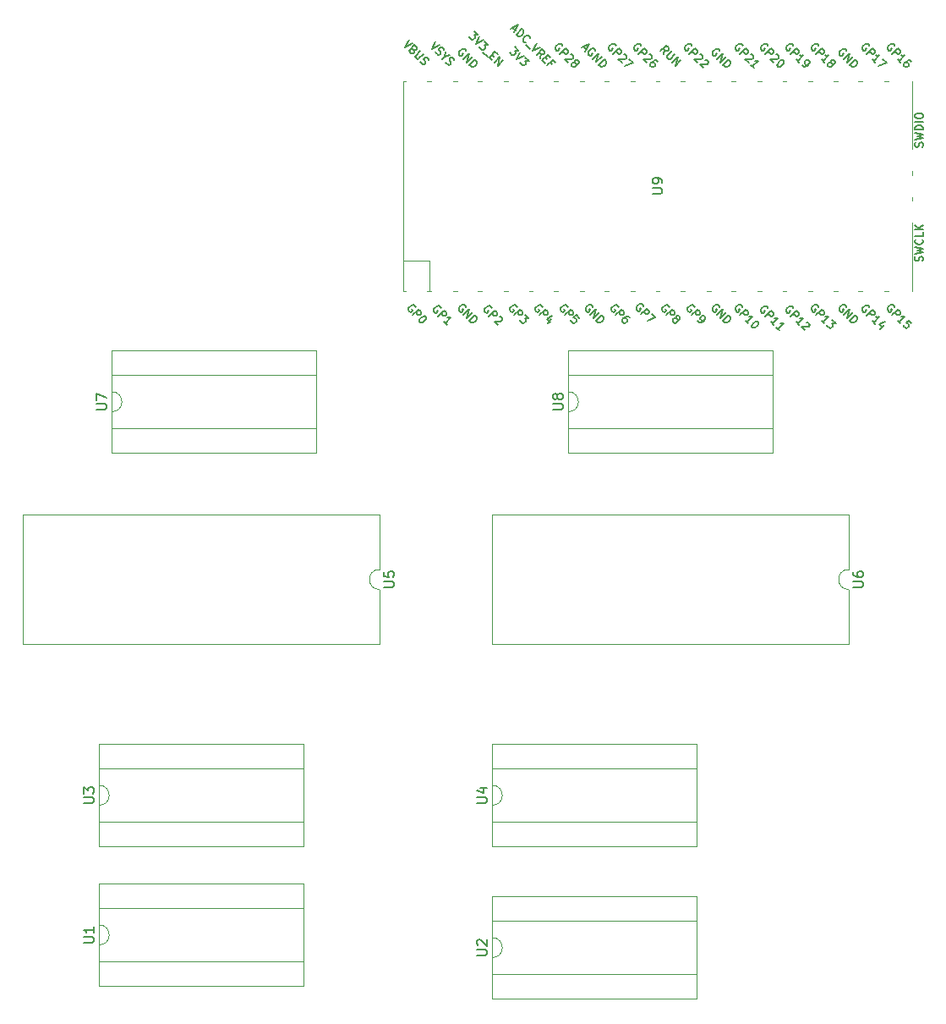
<source format=gbr>
%TF.GenerationSoftware,KiCad,Pcbnew,5.1.10*%
%TF.CreationDate,2021-08-11T14:36:07-04:00*%
%TF.ProjectId,TestSchematic,54657374-5363-4686-956d-617469632e6b,rev?*%
%TF.SameCoordinates,Original*%
%TF.FileFunction,Legend,Top*%
%TF.FilePolarity,Positive*%
%FSLAX46Y46*%
G04 Gerber Fmt 4.6, Leading zero omitted, Abs format (unit mm)*
G04 Created by KiCad (PCBNEW 5.1.10) date 2021-08-11 14:36:07*
%MOMM*%
%LPD*%
G01*
G04 APERTURE LIST*
%ADD10C,0.120000*%
%ADD11C,0.150000*%
G04 APERTURE END LIST*
D10*
%TO.C,U9*%
X93880000Y-89240000D02*
X93880000Y-68240000D01*
X144880000Y-82440000D02*
X144880000Y-89240000D01*
X96547000Y-89240000D02*
X96547000Y-86233000D01*
X96547000Y-86233000D02*
X93880000Y-86233000D01*
X93880000Y-89240000D02*
X94180000Y-89240000D01*
X96280000Y-89240000D02*
X96680000Y-89240000D01*
X98880000Y-89240000D02*
X99280000Y-89240000D01*
X101380000Y-89240000D02*
X101780000Y-89240000D01*
X103980000Y-89240000D02*
X104380000Y-89240000D01*
X106480000Y-89240000D02*
X106880000Y-89240000D01*
X108980000Y-89240000D02*
X109380000Y-89240000D01*
X111580000Y-89240000D02*
X111980000Y-89240000D01*
X114080000Y-89240000D02*
X114480000Y-89240000D01*
X116680000Y-89240000D02*
X117080000Y-89240000D01*
X119180000Y-89240000D02*
X119580000Y-89240000D01*
X121680000Y-89240000D02*
X122080000Y-89240000D01*
X124280000Y-89240000D02*
X124680000Y-89240000D01*
X126780000Y-89240000D02*
X127180000Y-89240000D01*
X129380000Y-89240000D02*
X129780000Y-89240000D01*
X131880000Y-89240000D02*
X132280000Y-89240000D01*
X134480000Y-89240000D02*
X134880000Y-89240000D01*
X136980000Y-89240000D02*
X137380000Y-89240000D01*
X139480000Y-89240000D02*
X139880000Y-89240000D01*
X142080000Y-89240000D02*
X142480000Y-89240000D01*
X108980000Y-68240000D02*
X109380000Y-68240000D01*
X114080000Y-68240000D02*
X114480000Y-68240000D01*
X121680000Y-68240000D02*
X122080000Y-68240000D01*
X129380000Y-68240000D02*
X129780000Y-68240000D01*
X98880000Y-68240000D02*
X99280000Y-68240000D01*
X96280000Y-68240000D02*
X96680000Y-68240000D01*
X103980000Y-68240000D02*
X104380000Y-68240000D01*
X136980000Y-68240000D02*
X137380000Y-68240000D01*
X142080000Y-68240000D02*
X142480000Y-68240000D01*
X139480000Y-68240000D02*
X139880000Y-68240000D01*
X124280000Y-68240000D02*
X124680000Y-68240000D01*
X119180000Y-68240000D02*
X119580000Y-68240000D01*
X106480000Y-68240000D02*
X106880000Y-68240000D01*
X111580000Y-68240000D02*
X111980000Y-68240000D01*
X131880000Y-68240000D02*
X132280000Y-68240000D01*
X116680000Y-68240000D02*
X117080000Y-68240000D01*
X93880000Y-68240000D02*
X94180000Y-68240000D01*
X101380000Y-68240000D02*
X101780000Y-68240000D01*
X126780000Y-68240000D02*
X127180000Y-68240000D01*
X134480000Y-68240000D02*
X134880000Y-68240000D01*
X144880000Y-68240000D02*
X144880000Y-75040000D01*
X144880000Y-80240000D02*
X144880000Y-79840000D01*
X144880000Y-77640000D02*
X144880000Y-77240000D01*
%TO.C,U8*%
X110370000Y-95190000D02*
X110370000Y-105470000D01*
X130930000Y-95190000D02*
X110370000Y-95190000D01*
X130930000Y-105470000D02*
X130930000Y-95190000D01*
X110370000Y-105470000D02*
X130930000Y-105470000D01*
X110430000Y-97680000D02*
X110430000Y-99330000D01*
X130870000Y-97680000D02*
X110430000Y-97680000D01*
X130870000Y-102980000D02*
X130870000Y-97680000D01*
X110430000Y-102980000D02*
X130870000Y-102980000D01*
X110430000Y-101330000D02*
X110430000Y-102980000D01*
X110430000Y-99330000D02*
G75*
G02*
X110430000Y-101330000I0J-1000000D01*
G01*
%TO.C,U7*%
X64650000Y-95190000D02*
X64650000Y-105470000D01*
X85210000Y-95190000D02*
X64650000Y-95190000D01*
X85210000Y-105470000D02*
X85210000Y-95190000D01*
X64650000Y-105470000D02*
X85210000Y-105470000D01*
X64710000Y-97680000D02*
X64710000Y-99330000D01*
X85150000Y-97680000D02*
X64710000Y-97680000D01*
X85150000Y-102980000D02*
X85150000Y-97680000D01*
X64710000Y-102980000D02*
X85150000Y-102980000D01*
X64710000Y-101330000D02*
X64710000Y-102980000D01*
X64710000Y-99330000D02*
G75*
G02*
X64710000Y-101330000I0J-1000000D01*
G01*
%TO.C,U6*%
X138490000Y-119110000D02*
G75*
G02*
X138490000Y-117110000I0J1000000D01*
G01*
X138490000Y-117110000D02*
X138490000Y-111650000D01*
X138490000Y-111650000D02*
X102810000Y-111650000D01*
X102810000Y-111650000D02*
X102810000Y-124570000D01*
X102810000Y-124570000D02*
X138490000Y-124570000D01*
X138490000Y-124570000D02*
X138490000Y-119110000D01*
%TO.C,U5*%
X91500000Y-119110000D02*
G75*
G02*
X91500000Y-117110000I0J1000000D01*
G01*
X91500000Y-117110000D02*
X91500000Y-111650000D01*
X91500000Y-111650000D02*
X55820000Y-111650000D01*
X55820000Y-111650000D02*
X55820000Y-124570000D01*
X55820000Y-124570000D02*
X91500000Y-124570000D01*
X91500000Y-124570000D02*
X91500000Y-119110000D01*
%TO.C,U4*%
X102810000Y-138700000D02*
G75*
G02*
X102810000Y-140700000I0J-1000000D01*
G01*
X102810000Y-140700000D02*
X102810000Y-142350000D01*
X102810000Y-142350000D02*
X123250000Y-142350000D01*
X123250000Y-142350000D02*
X123250000Y-137050000D01*
X123250000Y-137050000D02*
X102810000Y-137050000D01*
X102810000Y-137050000D02*
X102810000Y-138700000D01*
X102750000Y-144840000D02*
X123310000Y-144840000D01*
X123310000Y-144840000D02*
X123310000Y-134560000D01*
X123310000Y-134560000D02*
X102750000Y-134560000D01*
X102750000Y-134560000D02*
X102750000Y-144840000D01*
%TO.C,U3*%
X63440000Y-138700000D02*
G75*
G02*
X63440000Y-140700000I0J-1000000D01*
G01*
X63440000Y-140700000D02*
X63440000Y-142350000D01*
X63440000Y-142350000D02*
X83880000Y-142350000D01*
X83880000Y-142350000D02*
X83880000Y-137050000D01*
X83880000Y-137050000D02*
X63440000Y-137050000D01*
X63440000Y-137050000D02*
X63440000Y-138700000D01*
X63380000Y-144840000D02*
X83940000Y-144840000D01*
X83940000Y-144840000D02*
X83940000Y-134560000D01*
X83940000Y-134560000D02*
X63380000Y-134560000D01*
X63380000Y-134560000D02*
X63380000Y-144840000D01*
%TO.C,U2*%
X102750000Y-149800000D02*
X102750000Y-160080000D01*
X123310000Y-149800000D02*
X102750000Y-149800000D01*
X123310000Y-160080000D02*
X123310000Y-149800000D01*
X102750000Y-160080000D02*
X123310000Y-160080000D01*
X102810000Y-152290000D02*
X102810000Y-153940000D01*
X123250000Y-152290000D02*
X102810000Y-152290000D01*
X123250000Y-157590000D02*
X123250000Y-152290000D01*
X102810000Y-157590000D02*
X123250000Y-157590000D01*
X102810000Y-155940000D02*
X102810000Y-157590000D01*
X102810000Y-153940000D02*
G75*
G02*
X102810000Y-155940000I0J-1000000D01*
G01*
%TO.C,U1*%
X63440000Y-152670000D02*
G75*
G02*
X63440000Y-154670000I0J-1000000D01*
G01*
X63440000Y-154670000D02*
X63440000Y-156320000D01*
X63440000Y-156320000D02*
X83880000Y-156320000D01*
X83880000Y-156320000D02*
X83880000Y-151020000D01*
X83880000Y-151020000D02*
X63440000Y-151020000D01*
X63440000Y-151020000D02*
X63440000Y-152670000D01*
X63380000Y-158810000D02*
X83940000Y-158810000D01*
X83940000Y-158810000D02*
X83940000Y-148530000D01*
X83940000Y-148530000D02*
X63380000Y-148530000D01*
X63380000Y-148530000D02*
X63380000Y-158810000D01*
%TO.C,U9*%
D11*
X118832380Y-79501904D02*
X119641904Y-79501904D01*
X119737142Y-79454285D01*
X119784761Y-79406666D01*
X119832380Y-79311428D01*
X119832380Y-79120952D01*
X119784761Y-79025714D01*
X119737142Y-78978095D01*
X119641904Y-78930476D01*
X118832380Y-78930476D01*
X119832380Y-78406666D02*
X119832380Y-78216190D01*
X119784761Y-78120952D01*
X119737142Y-78073333D01*
X119594285Y-77978095D01*
X119403809Y-77930476D01*
X119022857Y-77930476D01*
X118927619Y-77978095D01*
X118880000Y-78025714D01*
X118832380Y-78120952D01*
X118832380Y-78311428D01*
X118880000Y-78406666D01*
X118927619Y-78454285D01*
X119022857Y-78501904D01*
X119260952Y-78501904D01*
X119356190Y-78454285D01*
X119403809Y-78406666D01*
X119451428Y-78311428D01*
X119451428Y-78120952D01*
X119403809Y-78025714D01*
X119356190Y-77978095D01*
X119260952Y-77930476D01*
X97658781Y-90953096D02*
X97631844Y-90872284D01*
X97551032Y-90791471D01*
X97443282Y-90737597D01*
X97335532Y-90737597D01*
X97254720Y-90764534D01*
X97120033Y-90845346D01*
X97039221Y-90926158D01*
X96958409Y-91060845D01*
X96931471Y-91141658D01*
X96931471Y-91249407D01*
X96985346Y-91357157D01*
X97039221Y-91411032D01*
X97146971Y-91464906D01*
X97200845Y-91464906D01*
X97389407Y-91276345D01*
X97281658Y-91168595D01*
X97389407Y-91761218D02*
X97955093Y-91195532D01*
X98170592Y-91411032D01*
X98197529Y-91491844D01*
X98197529Y-91545719D01*
X98170592Y-91626531D01*
X98089780Y-91707343D01*
X98008967Y-91734280D01*
X97955093Y-91734280D01*
X97874280Y-91707343D01*
X97658781Y-91491844D01*
X98251404Y-92623215D02*
X97928155Y-92299966D01*
X98089780Y-92461590D02*
X98655465Y-91895905D01*
X98520778Y-91922842D01*
X98413028Y-91922842D01*
X98332216Y-91895905D01*
X102748781Y-90953096D02*
X102721844Y-90872284D01*
X102641032Y-90791471D01*
X102533282Y-90737597D01*
X102425532Y-90737597D01*
X102344720Y-90764534D01*
X102210033Y-90845346D01*
X102129221Y-90926158D01*
X102048409Y-91060845D01*
X102021471Y-91141658D01*
X102021471Y-91249407D01*
X102075346Y-91357157D01*
X102129221Y-91411032D01*
X102236971Y-91464906D01*
X102290845Y-91464906D01*
X102479407Y-91276345D01*
X102371658Y-91168595D01*
X102479407Y-91761218D02*
X103045093Y-91195532D01*
X103260592Y-91411032D01*
X103287529Y-91491844D01*
X103287529Y-91545719D01*
X103260592Y-91626531D01*
X103179780Y-91707343D01*
X103098967Y-91734280D01*
X103045093Y-91734280D01*
X102964280Y-91707343D01*
X102748781Y-91491844D01*
X103529966Y-91788155D02*
X103583841Y-91788155D01*
X103664653Y-91815093D01*
X103799340Y-91949780D01*
X103826277Y-92030592D01*
X103826277Y-92084467D01*
X103799340Y-92165279D01*
X103745465Y-92219154D01*
X103637715Y-92273028D01*
X102991218Y-92273028D01*
X103341404Y-92623215D01*
X95128781Y-90853096D02*
X95101844Y-90772284D01*
X95021032Y-90691471D01*
X94913282Y-90637597D01*
X94805532Y-90637597D01*
X94724720Y-90664534D01*
X94590033Y-90745346D01*
X94509221Y-90826158D01*
X94428409Y-90960845D01*
X94401471Y-91041658D01*
X94401471Y-91149407D01*
X94455346Y-91257157D01*
X94509221Y-91311032D01*
X94616971Y-91364906D01*
X94670845Y-91364906D01*
X94859407Y-91176345D01*
X94751658Y-91068595D01*
X94859407Y-91661218D02*
X95425093Y-91095532D01*
X95640592Y-91311032D01*
X95667529Y-91391844D01*
X95667529Y-91445719D01*
X95640592Y-91526531D01*
X95559780Y-91607343D01*
X95478967Y-91634280D01*
X95425093Y-91634280D01*
X95344280Y-91607343D01*
X95128781Y-91391844D01*
X96098528Y-91768967D02*
X96152402Y-91822842D01*
X96179340Y-91903654D01*
X96179340Y-91957529D01*
X96152402Y-92038341D01*
X96071590Y-92173028D01*
X95936903Y-92307715D01*
X95802216Y-92388528D01*
X95721404Y-92415465D01*
X95667529Y-92415465D01*
X95586717Y-92388528D01*
X95532842Y-92334653D01*
X95505905Y-92253841D01*
X95505905Y-92199966D01*
X95532842Y-92119154D01*
X95613654Y-91984467D01*
X95748341Y-91849780D01*
X95883028Y-91768967D01*
X95963841Y-91742030D01*
X96017715Y-91742030D01*
X96098528Y-91768967D01*
X105288781Y-90853096D02*
X105261844Y-90772284D01*
X105181032Y-90691471D01*
X105073282Y-90637597D01*
X104965532Y-90637597D01*
X104884720Y-90664534D01*
X104750033Y-90745346D01*
X104669221Y-90826158D01*
X104588409Y-90960845D01*
X104561471Y-91041658D01*
X104561471Y-91149407D01*
X104615346Y-91257157D01*
X104669221Y-91311032D01*
X104776971Y-91364906D01*
X104830845Y-91364906D01*
X105019407Y-91176345D01*
X104911658Y-91068595D01*
X105019407Y-91661218D02*
X105585093Y-91095532D01*
X105800592Y-91311032D01*
X105827529Y-91391844D01*
X105827529Y-91445719D01*
X105800592Y-91526531D01*
X105719780Y-91607343D01*
X105638967Y-91634280D01*
X105585093Y-91634280D01*
X105504280Y-91607343D01*
X105288781Y-91391844D01*
X106096903Y-91607343D02*
X106447089Y-91957529D01*
X106043028Y-91984467D01*
X106123841Y-92065279D01*
X106150778Y-92146091D01*
X106150778Y-92199966D01*
X106123841Y-92280778D01*
X105989154Y-92415465D01*
X105908341Y-92442402D01*
X105854467Y-92442402D01*
X105773654Y-92415465D01*
X105612030Y-92253841D01*
X105585093Y-92173028D01*
X105585093Y-92119154D01*
X107828781Y-90853096D02*
X107801844Y-90772284D01*
X107721032Y-90691471D01*
X107613282Y-90637597D01*
X107505532Y-90637597D01*
X107424720Y-90664534D01*
X107290033Y-90745346D01*
X107209221Y-90826158D01*
X107128409Y-90960845D01*
X107101471Y-91041658D01*
X107101471Y-91149407D01*
X107155346Y-91257157D01*
X107209221Y-91311032D01*
X107316971Y-91364906D01*
X107370845Y-91364906D01*
X107559407Y-91176345D01*
X107451658Y-91068595D01*
X107559407Y-91661218D02*
X108125093Y-91095532D01*
X108340592Y-91311032D01*
X108367529Y-91391844D01*
X108367529Y-91445719D01*
X108340592Y-91526531D01*
X108259780Y-91607343D01*
X108178967Y-91634280D01*
X108125093Y-91634280D01*
X108044280Y-91607343D01*
X107828781Y-91391844D01*
X108744653Y-92092216D02*
X108367529Y-92469340D01*
X108825465Y-91742030D02*
X108286717Y-92011404D01*
X108636903Y-92361590D01*
X110368781Y-90853096D02*
X110341844Y-90772284D01*
X110261032Y-90691471D01*
X110153282Y-90637597D01*
X110045532Y-90637597D01*
X109964720Y-90664534D01*
X109830033Y-90745346D01*
X109749221Y-90826158D01*
X109668409Y-90960845D01*
X109641471Y-91041658D01*
X109641471Y-91149407D01*
X109695346Y-91257157D01*
X109749221Y-91311032D01*
X109856971Y-91364906D01*
X109910845Y-91364906D01*
X110099407Y-91176345D01*
X109991658Y-91068595D01*
X110099407Y-91661218D02*
X110665093Y-91095532D01*
X110880592Y-91311032D01*
X110907529Y-91391844D01*
X110907529Y-91445719D01*
X110880592Y-91526531D01*
X110799780Y-91607343D01*
X110718967Y-91634280D01*
X110665093Y-91634280D01*
X110584280Y-91607343D01*
X110368781Y-91391844D01*
X111500152Y-91930592D02*
X111230778Y-91661218D01*
X110934467Y-91903654D01*
X110988341Y-91903654D01*
X111069154Y-91930592D01*
X111203841Y-92065279D01*
X111230778Y-92146091D01*
X111230778Y-92199966D01*
X111203841Y-92280778D01*
X111069154Y-92415465D01*
X110988341Y-92442402D01*
X110934467Y-92442402D01*
X110853654Y-92415465D01*
X110718967Y-92280778D01*
X110692030Y-92199966D01*
X110692030Y-92146091D01*
X115448781Y-90853096D02*
X115421844Y-90772284D01*
X115341032Y-90691471D01*
X115233282Y-90637597D01*
X115125532Y-90637597D01*
X115044720Y-90664534D01*
X114910033Y-90745346D01*
X114829221Y-90826158D01*
X114748409Y-90960845D01*
X114721471Y-91041658D01*
X114721471Y-91149407D01*
X114775346Y-91257157D01*
X114829221Y-91311032D01*
X114936971Y-91364906D01*
X114990845Y-91364906D01*
X115179407Y-91176345D01*
X115071658Y-91068595D01*
X115179407Y-91661218D02*
X115745093Y-91095532D01*
X115960592Y-91311032D01*
X115987529Y-91391844D01*
X115987529Y-91445719D01*
X115960592Y-91526531D01*
X115879780Y-91607343D01*
X115798967Y-91634280D01*
X115745093Y-91634280D01*
X115664280Y-91607343D01*
X115448781Y-91391844D01*
X116553215Y-91903654D02*
X116445465Y-91795905D01*
X116364653Y-91768967D01*
X116310778Y-91768967D01*
X116176091Y-91795905D01*
X116041404Y-91876717D01*
X115825905Y-92092216D01*
X115798967Y-92173028D01*
X115798967Y-92226903D01*
X115825905Y-92307715D01*
X115933654Y-92415465D01*
X116014467Y-92442402D01*
X116068341Y-92442402D01*
X116149154Y-92415465D01*
X116283841Y-92280778D01*
X116310778Y-92199966D01*
X116310778Y-92146091D01*
X116283841Y-92065279D01*
X116176091Y-91957529D01*
X116095279Y-91930592D01*
X116041404Y-91930592D01*
X115960592Y-91957529D01*
X117958781Y-90753096D02*
X117931844Y-90672284D01*
X117851032Y-90591471D01*
X117743282Y-90537597D01*
X117635532Y-90537597D01*
X117554720Y-90564534D01*
X117420033Y-90645346D01*
X117339221Y-90726158D01*
X117258409Y-90860845D01*
X117231471Y-90941658D01*
X117231471Y-91049407D01*
X117285346Y-91157157D01*
X117339221Y-91211032D01*
X117446971Y-91264906D01*
X117500845Y-91264906D01*
X117689407Y-91076345D01*
X117581658Y-90968595D01*
X117689407Y-91561218D02*
X118255093Y-90995532D01*
X118470592Y-91211032D01*
X118497529Y-91291844D01*
X118497529Y-91345719D01*
X118470592Y-91426531D01*
X118389780Y-91507343D01*
X118308967Y-91534280D01*
X118255093Y-91534280D01*
X118174280Y-91507343D01*
X117958781Y-91291844D01*
X118766903Y-91507343D02*
X119144027Y-91884467D01*
X118335905Y-92207715D01*
X120528781Y-90853096D02*
X120501844Y-90772284D01*
X120421032Y-90691471D01*
X120313282Y-90637597D01*
X120205532Y-90637597D01*
X120124720Y-90664534D01*
X119990033Y-90745346D01*
X119909221Y-90826158D01*
X119828409Y-90960845D01*
X119801471Y-91041658D01*
X119801471Y-91149407D01*
X119855346Y-91257157D01*
X119909221Y-91311032D01*
X120016971Y-91364906D01*
X120070845Y-91364906D01*
X120259407Y-91176345D01*
X120151658Y-91068595D01*
X120259407Y-91661218D02*
X120825093Y-91095532D01*
X121040592Y-91311032D01*
X121067529Y-91391844D01*
X121067529Y-91445719D01*
X121040592Y-91526531D01*
X120959780Y-91607343D01*
X120878967Y-91634280D01*
X120825093Y-91634280D01*
X120744280Y-91607343D01*
X120528781Y-91391844D01*
X121229154Y-91984467D02*
X121202216Y-91903654D01*
X121202216Y-91849780D01*
X121229154Y-91768967D01*
X121256091Y-91742030D01*
X121336903Y-91715093D01*
X121390778Y-91715093D01*
X121471590Y-91742030D01*
X121579340Y-91849780D01*
X121606277Y-91930592D01*
X121606277Y-91984467D01*
X121579340Y-92065279D01*
X121552402Y-92092216D01*
X121471590Y-92119154D01*
X121417715Y-92119154D01*
X121336903Y-92092216D01*
X121229154Y-91984467D01*
X121148341Y-91957529D01*
X121094467Y-91957529D01*
X121013654Y-91984467D01*
X120905905Y-92092216D01*
X120878967Y-92173028D01*
X120878967Y-92226903D01*
X120905905Y-92307715D01*
X121013654Y-92415465D01*
X121094467Y-92442402D01*
X121148341Y-92442402D01*
X121229154Y-92415465D01*
X121336903Y-92307715D01*
X121363841Y-92226903D01*
X121363841Y-92173028D01*
X121336903Y-92092216D01*
X123068781Y-90853096D02*
X123041844Y-90772284D01*
X122961032Y-90691471D01*
X122853282Y-90637597D01*
X122745532Y-90637597D01*
X122664720Y-90664534D01*
X122530033Y-90745346D01*
X122449221Y-90826158D01*
X122368409Y-90960845D01*
X122341471Y-91041658D01*
X122341471Y-91149407D01*
X122395346Y-91257157D01*
X122449221Y-91311032D01*
X122556971Y-91364906D01*
X122610845Y-91364906D01*
X122799407Y-91176345D01*
X122691658Y-91068595D01*
X122799407Y-91661218D02*
X123365093Y-91095532D01*
X123580592Y-91311032D01*
X123607529Y-91391844D01*
X123607529Y-91445719D01*
X123580592Y-91526531D01*
X123499780Y-91607343D01*
X123418967Y-91634280D01*
X123365093Y-91634280D01*
X123284280Y-91607343D01*
X123068781Y-91391844D01*
X123392030Y-92253841D02*
X123499780Y-92361590D01*
X123580592Y-92388528D01*
X123634467Y-92388528D01*
X123769154Y-92361590D01*
X123903841Y-92280778D01*
X124119340Y-92065279D01*
X124146277Y-91984467D01*
X124146277Y-91930592D01*
X124119340Y-91849780D01*
X124011590Y-91742030D01*
X123930778Y-91715093D01*
X123876903Y-91715093D01*
X123796091Y-91742030D01*
X123661404Y-91876717D01*
X123634467Y-91957529D01*
X123634467Y-92011404D01*
X123661404Y-92092216D01*
X123769154Y-92199966D01*
X123849966Y-92226903D01*
X123903841Y-92226903D01*
X123984653Y-92199966D01*
X127879407Y-90837722D02*
X127852470Y-90756910D01*
X127771658Y-90676097D01*
X127663908Y-90622223D01*
X127556158Y-90622223D01*
X127475346Y-90649160D01*
X127340659Y-90729972D01*
X127259847Y-90810784D01*
X127179035Y-90945471D01*
X127152097Y-91026284D01*
X127152097Y-91134033D01*
X127205972Y-91241783D01*
X127259847Y-91295658D01*
X127367597Y-91349532D01*
X127421471Y-91349532D01*
X127610033Y-91160971D01*
X127502284Y-91053221D01*
X127610033Y-91645844D02*
X128175719Y-91080158D01*
X128391218Y-91295658D01*
X128418155Y-91376470D01*
X128418155Y-91430345D01*
X128391218Y-91511157D01*
X128310406Y-91591969D01*
X128229593Y-91618906D01*
X128175719Y-91618906D01*
X128094906Y-91591969D01*
X127879407Y-91376470D01*
X128472030Y-92507841D02*
X128148781Y-92184592D01*
X128310406Y-92346216D02*
X128876091Y-91780531D01*
X128741404Y-91807468D01*
X128633654Y-91807468D01*
X128552842Y-91780531D01*
X129387902Y-92292341D02*
X129441776Y-92346216D01*
X129468714Y-92427028D01*
X129468714Y-92480903D01*
X129441776Y-92561715D01*
X129360964Y-92696402D01*
X129226277Y-92831089D01*
X129091590Y-92911902D01*
X129010778Y-92938839D01*
X128956903Y-92938839D01*
X128876091Y-92911902D01*
X128822216Y-92858027D01*
X128795279Y-92777215D01*
X128795279Y-92723340D01*
X128822216Y-92642528D01*
X128903028Y-92507841D01*
X129037715Y-92373154D01*
X129172402Y-92292341D01*
X129253215Y-92265404D01*
X129307089Y-92265404D01*
X129387902Y-92292341D01*
X130419407Y-90983722D02*
X130392470Y-90902910D01*
X130311658Y-90822097D01*
X130203908Y-90768223D01*
X130096158Y-90768223D01*
X130015346Y-90795160D01*
X129880659Y-90875972D01*
X129799847Y-90956784D01*
X129719035Y-91091471D01*
X129692097Y-91172284D01*
X129692097Y-91280033D01*
X129745972Y-91387783D01*
X129799847Y-91441658D01*
X129907597Y-91495532D01*
X129961471Y-91495532D01*
X130150033Y-91306971D01*
X130042284Y-91199221D01*
X130150033Y-91791844D02*
X130715719Y-91226158D01*
X130931218Y-91441658D01*
X130958155Y-91522470D01*
X130958155Y-91576345D01*
X130931218Y-91657157D01*
X130850406Y-91737969D01*
X130769593Y-91764906D01*
X130715719Y-91764906D01*
X130634906Y-91737969D01*
X130419407Y-91522470D01*
X131012030Y-92653841D02*
X130688781Y-92330592D01*
X130850406Y-92492216D02*
X131416091Y-91926531D01*
X131281404Y-91953468D01*
X131173654Y-91953468D01*
X131092842Y-91926531D01*
X131550778Y-93192589D02*
X131227529Y-92869340D01*
X131389154Y-93030964D02*
X131954839Y-92465279D01*
X131820152Y-92492216D01*
X131712402Y-92492216D01*
X131631590Y-92465279D01*
X132959407Y-90983722D02*
X132932470Y-90902910D01*
X132851658Y-90822097D01*
X132743908Y-90768223D01*
X132636158Y-90768223D01*
X132555346Y-90795160D01*
X132420659Y-90875972D01*
X132339847Y-90956784D01*
X132259035Y-91091471D01*
X132232097Y-91172284D01*
X132232097Y-91280033D01*
X132285972Y-91387783D01*
X132339847Y-91441658D01*
X132447597Y-91495532D01*
X132501471Y-91495532D01*
X132690033Y-91306971D01*
X132582284Y-91199221D01*
X132690033Y-91791844D02*
X133255719Y-91226158D01*
X133471218Y-91441658D01*
X133498155Y-91522470D01*
X133498155Y-91576345D01*
X133471218Y-91657157D01*
X133390406Y-91737969D01*
X133309593Y-91764906D01*
X133255719Y-91764906D01*
X133174906Y-91737969D01*
X132959407Y-91522470D01*
X133552030Y-92653841D02*
X133228781Y-92330592D01*
X133390406Y-92492216D02*
X133956091Y-91926531D01*
X133821404Y-91953468D01*
X133713654Y-91953468D01*
X133632842Y-91926531D01*
X134279340Y-92357529D02*
X134333215Y-92357529D01*
X134414027Y-92384467D01*
X134548714Y-92519154D01*
X134575651Y-92599966D01*
X134575651Y-92653841D01*
X134548714Y-92734653D01*
X134494839Y-92788528D01*
X134387089Y-92842402D01*
X133740592Y-92842402D01*
X134090778Y-93192589D01*
X135499407Y-90837722D02*
X135472470Y-90756910D01*
X135391658Y-90676097D01*
X135283908Y-90622223D01*
X135176158Y-90622223D01*
X135095346Y-90649160D01*
X134960659Y-90729972D01*
X134879847Y-90810784D01*
X134799035Y-90945471D01*
X134772097Y-91026284D01*
X134772097Y-91134033D01*
X134825972Y-91241783D01*
X134879847Y-91295658D01*
X134987597Y-91349532D01*
X135041471Y-91349532D01*
X135230033Y-91160971D01*
X135122284Y-91053221D01*
X135230033Y-91645844D02*
X135795719Y-91080158D01*
X136011218Y-91295658D01*
X136038155Y-91376470D01*
X136038155Y-91430345D01*
X136011218Y-91511157D01*
X135930406Y-91591969D01*
X135849593Y-91618906D01*
X135795719Y-91618906D01*
X135714906Y-91591969D01*
X135499407Y-91376470D01*
X136092030Y-92507841D02*
X135768781Y-92184592D01*
X135930406Y-92346216D02*
X136496091Y-91780531D01*
X136361404Y-91807468D01*
X136253654Y-91807468D01*
X136172842Y-91780531D01*
X136846277Y-92130717D02*
X137196463Y-92480903D01*
X136792402Y-92507841D01*
X136873215Y-92588653D01*
X136900152Y-92669465D01*
X136900152Y-92723340D01*
X136873215Y-92804152D01*
X136738528Y-92938839D01*
X136657715Y-92965776D01*
X136603841Y-92965776D01*
X136523028Y-92938839D01*
X136361404Y-92777215D01*
X136334467Y-92696402D01*
X136334467Y-92642528D01*
X140579407Y-90883722D02*
X140552470Y-90802910D01*
X140471658Y-90722097D01*
X140363908Y-90668223D01*
X140256158Y-90668223D01*
X140175346Y-90695160D01*
X140040659Y-90775972D01*
X139959847Y-90856784D01*
X139879035Y-90991471D01*
X139852097Y-91072284D01*
X139852097Y-91180033D01*
X139905972Y-91287783D01*
X139959847Y-91341658D01*
X140067597Y-91395532D01*
X140121471Y-91395532D01*
X140310033Y-91206971D01*
X140202284Y-91099221D01*
X140310033Y-91691844D02*
X140875719Y-91126158D01*
X141091218Y-91341658D01*
X141118155Y-91422470D01*
X141118155Y-91476345D01*
X141091218Y-91557157D01*
X141010406Y-91637969D01*
X140929593Y-91664906D01*
X140875719Y-91664906D01*
X140794906Y-91637969D01*
X140579407Y-91422470D01*
X141172030Y-92553841D02*
X140848781Y-92230592D01*
X141010406Y-92392216D02*
X141576091Y-91826531D01*
X141441404Y-91853468D01*
X141333654Y-91853468D01*
X141252842Y-91826531D01*
X142034027Y-92661590D02*
X141656903Y-93038714D01*
X142114839Y-92311404D02*
X141576091Y-92580778D01*
X141926277Y-92930964D01*
X143119407Y-90837722D02*
X143092470Y-90756910D01*
X143011658Y-90676097D01*
X142903908Y-90622223D01*
X142796158Y-90622223D01*
X142715346Y-90649160D01*
X142580659Y-90729972D01*
X142499847Y-90810784D01*
X142419035Y-90945471D01*
X142392097Y-91026284D01*
X142392097Y-91134033D01*
X142445972Y-91241783D01*
X142499847Y-91295658D01*
X142607597Y-91349532D01*
X142661471Y-91349532D01*
X142850033Y-91160971D01*
X142742284Y-91053221D01*
X142850033Y-91645844D02*
X143415719Y-91080158D01*
X143631218Y-91295658D01*
X143658155Y-91376470D01*
X143658155Y-91430345D01*
X143631218Y-91511157D01*
X143550406Y-91591969D01*
X143469593Y-91618906D01*
X143415719Y-91618906D01*
X143334906Y-91591969D01*
X143119407Y-91376470D01*
X143712030Y-92507841D02*
X143388781Y-92184592D01*
X143550406Y-92346216D02*
X144116091Y-91780531D01*
X143981404Y-91807468D01*
X143873654Y-91807468D01*
X143792842Y-91780531D01*
X144789526Y-92453966D02*
X144520152Y-92184592D01*
X144223841Y-92427028D01*
X144277715Y-92427028D01*
X144358528Y-92453966D01*
X144493215Y-92588653D01*
X144520152Y-92669465D01*
X144520152Y-92723340D01*
X144493215Y-92804152D01*
X144358528Y-92938839D01*
X144277715Y-92965776D01*
X144223841Y-92965776D01*
X144143028Y-92938839D01*
X144008341Y-92804152D01*
X143981404Y-92723340D01*
X143981404Y-92669465D01*
X143119407Y-64729722D02*
X143092470Y-64648910D01*
X143011658Y-64568097D01*
X142903908Y-64514223D01*
X142796158Y-64514223D01*
X142715346Y-64541160D01*
X142580659Y-64621972D01*
X142499847Y-64702784D01*
X142419035Y-64837471D01*
X142392097Y-64918284D01*
X142392097Y-65026033D01*
X142445972Y-65133783D01*
X142499847Y-65187658D01*
X142607597Y-65241532D01*
X142661471Y-65241532D01*
X142850033Y-65052971D01*
X142742284Y-64945221D01*
X142850033Y-65537844D02*
X143415719Y-64972158D01*
X143631218Y-65187658D01*
X143658155Y-65268470D01*
X143658155Y-65322345D01*
X143631218Y-65403157D01*
X143550406Y-65483969D01*
X143469593Y-65510906D01*
X143415719Y-65510906D01*
X143334906Y-65483969D01*
X143119407Y-65268470D01*
X143712030Y-66399841D02*
X143388781Y-66076592D01*
X143550406Y-66238216D02*
X144116091Y-65672531D01*
X143981404Y-65699468D01*
X143873654Y-65699468D01*
X143792842Y-65672531D01*
X144762589Y-66319028D02*
X144654839Y-66211279D01*
X144574027Y-66184341D01*
X144520152Y-66184341D01*
X144385465Y-66211279D01*
X144250778Y-66292091D01*
X144035279Y-66507590D01*
X144008341Y-66588402D01*
X144008341Y-66642277D01*
X144035279Y-66723089D01*
X144143028Y-66830839D01*
X144223841Y-66857776D01*
X144277715Y-66857776D01*
X144358528Y-66830839D01*
X144493215Y-66696152D01*
X144520152Y-66615340D01*
X144520152Y-66561465D01*
X144493215Y-66480653D01*
X144385465Y-66372903D01*
X144304653Y-66345966D01*
X144250778Y-66345966D01*
X144169966Y-66372903D01*
X140579407Y-64729722D02*
X140552470Y-64648910D01*
X140471658Y-64568097D01*
X140363908Y-64514223D01*
X140256158Y-64514223D01*
X140175346Y-64541160D01*
X140040659Y-64621972D01*
X139959847Y-64702784D01*
X139879035Y-64837471D01*
X139852097Y-64918284D01*
X139852097Y-65026033D01*
X139905972Y-65133783D01*
X139959847Y-65187658D01*
X140067597Y-65241532D01*
X140121471Y-65241532D01*
X140310033Y-65052971D01*
X140202284Y-64945221D01*
X140310033Y-65537844D02*
X140875719Y-64972158D01*
X141091218Y-65187658D01*
X141118155Y-65268470D01*
X141118155Y-65322345D01*
X141091218Y-65403157D01*
X141010406Y-65483969D01*
X140929593Y-65510906D01*
X140875719Y-65510906D01*
X140794906Y-65483969D01*
X140579407Y-65268470D01*
X141172030Y-66399841D02*
X140848781Y-66076592D01*
X141010406Y-66238216D02*
X141576091Y-65672531D01*
X141441404Y-65699468D01*
X141333654Y-65699468D01*
X141252842Y-65672531D01*
X141926277Y-66022717D02*
X142303401Y-66399841D01*
X141495279Y-66723089D01*
X135499407Y-64729722D02*
X135472470Y-64648910D01*
X135391658Y-64568097D01*
X135283908Y-64514223D01*
X135176158Y-64514223D01*
X135095346Y-64541160D01*
X134960659Y-64621972D01*
X134879847Y-64702784D01*
X134799035Y-64837471D01*
X134772097Y-64918284D01*
X134772097Y-65026033D01*
X134825972Y-65133783D01*
X134879847Y-65187658D01*
X134987597Y-65241532D01*
X135041471Y-65241532D01*
X135230033Y-65052971D01*
X135122284Y-64945221D01*
X135230033Y-65537844D02*
X135795719Y-64972158D01*
X136011218Y-65187658D01*
X136038155Y-65268470D01*
X136038155Y-65322345D01*
X136011218Y-65403157D01*
X135930406Y-65483969D01*
X135849593Y-65510906D01*
X135795719Y-65510906D01*
X135714906Y-65483969D01*
X135499407Y-65268470D01*
X136092030Y-66399841D02*
X135768781Y-66076592D01*
X135930406Y-66238216D02*
X136496091Y-65672531D01*
X136361404Y-65699468D01*
X136253654Y-65699468D01*
X136172842Y-65672531D01*
X136738528Y-66399841D02*
X136711590Y-66319028D01*
X136711590Y-66265154D01*
X136738528Y-66184341D01*
X136765465Y-66157404D01*
X136846277Y-66130467D01*
X136900152Y-66130467D01*
X136980964Y-66157404D01*
X137088714Y-66265154D01*
X137115651Y-66345966D01*
X137115651Y-66399841D01*
X137088714Y-66480653D01*
X137061776Y-66507590D01*
X136980964Y-66534528D01*
X136927089Y-66534528D01*
X136846277Y-66507590D01*
X136738528Y-66399841D01*
X136657715Y-66372903D01*
X136603841Y-66372903D01*
X136523028Y-66399841D01*
X136415279Y-66507590D01*
X136388341Y-66588402D01*
X136388341Y-66642277D01*
X136415279Y-66723089D01*
X136523028Y-66830839D01*
X136603841Y-66857776D01*
X136657715Y-66857776D01*
X136738528Y-66830839D01*
X136846277Y-66723089D01*
X136873215Y-66642277D01*
X136873215Y-66588402D01*
X136846277Y-66507590D01*
X132959407Y-64729722D02*
X132932470Y-64648910D01*
X132851658Y-64568097D01*
X132743908Y-64514223D01*
X132636158Y-64514223D01*
X132555346Y-64541160D01*
X132420659Y-64621972D01*
X132339847Y-64702784D01*
X132259035Y-64837471D01*
X132232097Y-64918284D01*
X132232097Y-65026033D01*
X132285972Y-65133783D01*
X132339847Y-65187658D01*
X132447597Y-65241532D01*
X132501471Y-65241532D01*
X132690033Y-65052971D01*
X132582284Y-64945221D01*
X132690033Y-65537844D02*
X133255719Y-64972158D01*
X133471218Y-65187658D01*
X133498155Y-65268470D01*
X133498155Y-65322345D01*
X133471218Y-65403157D01*
X133390406Y-65483969D01*
X133309593Y-65510906D01*
X133255719Y-65510906D01*
X133174906Y-65483969D01*
X132959407Y-65268470D01*
X133552030Y-66399841D02*
X133228781Y-66076592D01*
X133390406Y-66238216D02*
X133956091Y-65672531D01*
X133821404Y-65699468D01*
X133713654Y-65699468D01*
X133632842Y-65672531D01*
X133821404Y-66669215D02*
X133929154Y-66776964D01*
X134009966Y-66803902D01*
X134063841Y-66803902D01*
X134198528Y-66776964D01*
X134333215Y-66696152D01*
X134548714Y-66480653D01*
X134575651Y-66399841D01*
X134575651Y-66345966D01*
X134548714Y-66265154D01*
X134440964Y-66157404D01*
X134360152Y-66130467D01*
X134306277Y-66130467D01*
X134225465Y-66157404D01*
X134090778Y-66292091D01*
X134063841Y-66372903D01*
X134063841Y-66426778D01*
X134090778Y-66507590D01*
X134198528Y-66615340D01*
X134279340Y-66642277D01*
X134333215Y-66642277D01*
X134414027Y-66615340D01*
X130419407Y-64729722D02*
X130392470Y-64648910D01*
X130311658Y-64568097D01*
X130203908Y-64514223D01*
X130096158Y-64514223D01*
X130015346Y-64541160D01*
X129880659Y-64621972D01*
X129799847Y-64702784D01*
X129719035Y-64837471D01*
X129692097Y-64918284D01*
X129692097Y-65026033D01*
X129745972Y-65133783D01*
X129799847Y-65187658D01*
X129907597Y-65241532D01*
X129961471Y-65241532D01*
X130150033Y-65052971D01*
X130042284Y-64945221D01*
X130150033Y-65537844D02*
X130715719Y-64972158D01*
X130931218Y-65187658D01*
X130958155Y-65268470D01*
X130958155Y-65322345D01*
X130931218Y-65403157D01*
X130850406Y-65483969D01*
X130769593Y-65510906D01*
X130715719Y-65510906D01*
X130634906Y-65483969D01*
X130419407Y-65268470D01*
X131200592Y-65564781D02*
X131254467Y-65564781D01*
X131335279Y-65591719D01*
X131469966Y-65726406D01*
X131496903Y-65807218D01*
X131496903Y-65861093D01*
X131469966Y-65941905D01*
X131416091Y-65995780D01*
X131308341Y-66049654D01*
X130661844Y-66049654D01*
X131012030Y-66399841D01*
X131927902Y-66184341D02*
X131981776Y-66238216D01*
X132008714Y-66319028D01*
X132008714Y-66372903D01*
X131981776Y-66453715D01*
X131900964Y-66588402D01*
X131766277Y-66723089D01*
X131631590Y-66803902D01*
X131550778Y-66830839D01*
X131496903Y-66830839D01*
X131416091Y-66803902D01*
X131362216Y-66750027D01*
X131335279Y-66669215D01*
X131335279Y-66615340D01*
X131362216Y-66534528D01*
X131443028Y-66399841D01*
X131577715Y-66265154D01*
X131712402Y-66184341D01*
X131793215Y-66157404D01*
X131847089Y-66157404D01*
X131927902Y-66184341D01*
X127889407Y-64729722D02*
X127862470Y-64648910D01*
X127781658Y-64568097D01*
X127673908Y-64514223D01*
X127566158Y-64514223D01*
X127485346Y-64541160D01*
X127350659Y-64621972D01*
X127269847Y-64702784D01*
X127189035Y-64837471D01*
X127162097Y-64918284D01*
X127162097Y-65026033D01*
X127215972Y-65133783D01*
X127269847Y-65187658D01*
X127377597Y-65241532D01*
X127431471Y-65241532D01*
X127620033Y-65052971D01*
X127512284Y-64945221D01*
X127620033Y-65537844D02*
X128185719Y-64972158D01*
X128401218Y-65187658D01*
X128428155Y-65268470D01*
X128428155Y-65322345D01*
X128401218Y-65403157D01*
X128320406Y-65483969D01*
X128239593Y-65510906D01*
X128185719Y-65510906D01*
X128104906Y-65483969D01*
X127889407Y-65268470D01*
X128670592Y-65564781D02*
X128724467Y-65564781D01*
X128805279Y-65591719D01*
X128939966Y-65726406D01*
X128966903Y-65807218D01*
X128966903Y-65861093D01*
X128939966Y-65941905D01*
X128886091Y-65995780D01*
X128778341Y-66049654D01*
X128131844Y-66049654D01*
X128482030Y-66399841D01*
X129020778Y-66938589D02*
X128697529Y-66615340D01*
X128859154Y-66776964D02*
X129424839Y-66211279D01*
X129290152Y-66238216D01*
X129182402Y-66238216D01*
X129101590Y-66211279D01*
X122799407Y-64729722D02*
X122772470Y-64648910D01*
X122691658Y-64568097D01*
X122583908Y-64514223D01*
X122476158Y-64514223D01*
X122395346Y-64541160D01*
X122260659Y-64621972D01*
X122179847Y-64702784D01*
X122099035Y-64837471D01*
X122072097Y-64918284D01*
X122072097Y-65026033D01*
X122125972Y-65133783D01*
X122179847Y-65187658D01*
X122287597Y-65241532D01*
X122341471Y-65241532D01*
X122530033Y-65052971D01*
X122422284Y-64945221D01*
X122530033Y-65537844D02*
X123095719Y-64972158D01*
X123311218Y-65187658D01*
X123338155Y-65268470D01*
X123338155Y-65322345D01*
X123311218Y-65403157D01*
X123230406Y-65483969D01*
X123149593Y-65510906D01*
X123095719Y-65510906D01*
X123014906Y-65483969D01*
X122799407Y-65268470D01*
X123580592Y-65564781D02*
X123634467Y-65564781D01*
X123715279Y-65591719D01*
X123849966Y-65726406D01*
X123876903Y-65807218D01*
X123876903Y-65861093D01*
X123849966Y-65941905D01*
X123796091Y-65995780D01*
X123688341Y-66049654D01*
X123041844Y-66049654D01*
X123392030Y-66399841D01*
X124119340Y-66103529D02*
X124173215Y-66103529D01*
X124254027Y-66130467D01*
X124388714Y-66265154D01*
X124415651Y-66345966D01*
X124415651Y-66399841D01*
X124388714Y-66480653D01*
X124334839Y-66534528D01*
X124227089Y-66588402D01*
X123580592Y-66588402D01*
X123930778Y-66938589D01*
X119976564Y-65578375D02*
X120057377Y-65120439D01*
X119653316Y-65255126D02*
X120219001Y-64689441D01*
X120434500Y-64904940D01*
X120461438Y-64985752D01*
X120461438Y-65039627D01*
X120434500Y-65120439D01*
X120353688Y-65201251D01*
X120272876Y-65228189D01*
X120219001Y-65228189D01*
X120138189Y-65201251D01*
X119922690Y-64985752D01*
X120784687Y-65255126D02*
X120326751Y-65713062D01*
X120299813Y-65793874D01*
X120299813Y-65847749D01*
X120326751Y-65928561D01*
X120434500Y-66036311D01*
X120515312Y-66063248D01*
X120569187Y-66063248D01*
X120650000Y-66036311D01*
X121107935Y-65578375D01*
X120811624Y-66413435D02*
X121377309Y-65847749D01*
X121134873Y-66736683D01*
X121700558Y-66170998D01*
X117719407Y-64729722D02*
X117692470Y-64648910D01*
X117611658Y-64568097D01*
X117503908Y-64514223D01*
X117396158Y-64514223D01*
X117315346Y-64541160D01*
X117180659Y-64621972D01*
X117099847Y-64702784D01*
X117019035Y-64837471D01*
X116992097Y-64918284D01*
X116992097Y-65026033D01*
X117045972Y-65133783D01*
X117099847Y-65187658D01*
X117207597Y-65241532D01*
X117261471Y-65241532D01*
X117450033Y-65052971D01*
X117342284Y-64945221D01*
X117450033Y-65537844D02*
X118015719Y-64972158D01*
X118231218Y-65187658D01*
X118258155Y-65268470D01*
X118258155Y-65322345D01*
X118231218Y-65403157D01*
X118150406Y-65483969D01*
X118069593Y-65510906D01*
X118015719Y-65510906D01*
X117934906Y-65483969D01*
X117719407Y-65268470D01*
X118500592Y-65564781D02*
X118554467Y-65564781D01*
X118635279Y-65591719D01*
X118769966Y-65726406D01*
X118796903Y-65807218D01*
X118796903Y-65861093D01*
X118769966Y-65941905D01*
X118716091Y-65995780D01*
X118608341Y-66049654D01*
X117961844Y-66049654D01*
X118312030Y-66399841D01*
X119362589Y-66319028D02*
X119254839Y-66211279D01*
X119174027Y-66184341D01*
X119120152Y-66184341D01*
X118985465Y-66211279D01*
X118850778Y-66292091D01*
X118635279Y-66507590D01*
X118608341Y-66588402D01*
X118608341Y-66642277D01*
X118635279Y-66723089D01*
X118743028Y-66830839D01*
X118823841Y-66857776D01*
X118877715Y-66857776D01*
X118958528Y-66830839D01*
X119093215Y-66696152D01*
X119120152Y-66615340D01*
X119120152Y-66561465D01*
X119093215Y-66480653D01*
X118985465Y-66372903D01*
X118904653Y-66345966D01*
X118850778Y-66345966D01*
X118769966Y-66372903D01*
X115189407Y-64729722D02*
X115162470Y-64648910D01*
X115081658Y-64568097D01*
X114973908Y-64514223D01*
X114866158Y-64514223D01*
X114785346Y-64541160D01*
X114650659Y-64621972D01*
X114569847Y-64702784D01*
X114489035Y-64837471D01*
X114462097Y-64918284D01*
X114462097Y-65026033D01*
X114515972Y-65133783D01*
X114569847Y-65187658D01*
X114677597Y-65241532D01*
X114731471Y-65241532D01*
X114920033Y-65052971D01*
X114812284Y-64945221D01*
X114920033Y-65537844D02*
X115485719Y-64972158D01*
X115701218Y-65187658D01*
X115728155Y-65268470D01*
X115728155Y-65322345D01*
X115701218Y-65403157D01*
X115620406Y-65483969D01*
X115539593Y-65510906D01*
X115485719Y-65510906D01*
X115404906Y-65483969D01*
X115189407Y-65268470D01*
X115970592Y-65564781D02*
X116024467Y-65564781D01*
X116105279Y-65591719D01*
X116239966Y-65726406D01*
X116266903Y-65807218D01*
X116266903Y-65861093D01*
X116239966Y-65941905D01*
X116186091Y-65995780D01*
X116078341Y-66049654D01*
X115431844Y-66049654D01*
X115782030Y-66399841D01*
X116536277Y-66022717D02*
X116913401Y-66399841D01*
X116105279Y-66723089D01*
X109845407Y-64729722D02*
X109818470Y-64648910D01*
X109737658Y-64568097D01*
X109629908Y-64514223D01*
X109522158Y-64514223D01*
X109441346Y-64541160D01*
X109306659Y-64621972D01*
X109225847Y-64702784D01*
X109145035Y-64837471D01*
X109118097Y-64918284D01*
X109118097Y-65026033D01*
X109171972Y-65133783D01*
X109225847Y-65187658D01*
X109333597Y-65241532D01*
X109387471Y-65241532D01*
X109576033Y-65052971D01*
X109468284Y-64945221D01*
X109576033Y-65537844D02*
X110141719Y-64972158D01*
X110357218Y-65187658D01*
X110384155Y-65268470D01*
X110384155Y-65322345D01*
X110357218Y-65403157D01*
X110276406Y-65483969D01*
X110195593Y-65510906D01*
X110141719Y-65510906D01*
X110060906Y-65483969D01*
X109845407Y-65268470D01*
X110626592Y-65564781D02*
X110680467Y-65564781D01*
X110761279Y-65591719D01*
X110895966Y-65726406D01*
X110922903Y-65807218D01*
X110922903Y-65861093D01*
X110895966Y-65941905D01*
X110842091Y-65995780D01*
X110734341Y-66049654D01*
X110087844Y-66049654D01*
X110438030Y-66399841D01*
X111084528Y-66399841D02*
X111057590Y-66319028D01*
X111057590Y-66265154D01*
X111084528Y-66184341D01*
X111111465Y-66157404D01*
X111192277Y-66130467D01*
X111246152Y-66130467D01*
X111326964Y-66157404D01*
X111434714Y-66265154D01*
X111461651Y-66345966D01*
X111461651Y-66399841D01*
X111434714Y-66480653D01*
X111407776Y-66507590D01*
X111326964Y-66534528D01*
X111273089Y-66534528D01*
X111192277Y-66507590D01*
X111084528Y-66399841D01*
X111003715Y-66372903D01*
X110949841Y-66372903D01*
X110869028Y-66399841D01*
X110761279Y-66507590D01*
X110734341Y-66588402D01*
X110734341Y-66642277D01*
X110761279Y-66723089D01*
X110869028Y-66830839D01*
X110949841Y-66857776D01*
X111003715Y-66857776D01*
X111084528Y-66830839D01*
X111192277Y-66723089D01*
X111219215Y-66642277D01*
X111219215Y-66588402D01*
X111192277Y-66507590D01*
X104846226Y-62894788D02*
X105115600Y-63164162D01*
X104630727Y-63002537D02*
X105384974Y-62625414D01*
X105007850Y-63379661D01*
X105196412Y-63568223D02*
X105762097Y-63002537D01*
X105896784Y-63137224D01*
X105950659Y-63244974D01*
X105950659Y-63352723D01*
X105923722Y-63433536D01*
X105842910Y-63568223D01*
X105762097Y-63649035D01*
X105627410Y-63729847D01*
X105546598Y-63756784D01*
X105438849Y-63756784D01*
X105331099Y-63702910D01*
X105196412Y-63568223D01*
X106139221Y-64403282D02*
X106085346Y-64403282D01*
X105977597Y-64349407D01*
X105923722Y-64295532D01*
X105869847Y-64187783D01*
X105869847Y-64080033D01*
X105896784Y-63999221D01*
X105977597Y-63864534D01*
X106058409Y-63783722D01*
X106193096Y-63702910D01*
X106273908Y-63675972D01*
X106381658Y-63675972D01*
X106489407Y-63729847D01*
X106543282Y-63783722D01*
X106597157Y-63891471D01*
X106597157Y-63945346D01*
X106139221Y-64618781D02*
X106570219Y-65049780D01*
X107243654Y-64484094D02*
X106866531Y-65238341D01*
X107620778Y-64861218D01*
X107566903Y-65938714D02*
X107647715Y-65480778D01*
X107243654Y-65615465D02*
X107809340Y-65049780D01*
X108024839Y-65265279D01*
X108051776Y-65346091D01*
X108051776Y-65399966D01*
X108024839Y-65480778D01*
X107944027Y-65561590D01*
X107863215Y-65588528D01*
X107809340Y-65588528D01*
X107728528Y-65561590D01*
X107513028Y-65346091D01*
X108105651Y-65884839D02*
X108294213Y-66073401D01*
X108078714Y-66450524D02*
X107809340Y-66181150D01*
X108375025Y-65615465D01*
X108644399Y-65884839D01*
X108806024Y-66585211D02*
X108617462Y-66396650D01*
X108321150Y-66692961D02*
X108886836Y-66127276D01*
X109156210Y-66396650D01*
X105089407Y-64829847D02*
X105439593Y-65180033D01*
X105035532Y-65206971D01*
X105116345Y-65287783D01*
X105143282Y-65368595D01*
X105143282Y-65422470D01*
X105116345Y-65503282D01*
X104981658Y-65637969D01*
X104900845Y-65664906D01*
X104846971Y-65664906D01*
X104766158Y-65637969D01*
X104604534Y-65476345D01*
X104577597Y-65395532D01*
X104577597Y-65341658D01*
X105601218Y-65341658D02*
X105224094Y-66095905D01*
X105978341Y-65718781D01*
X106113028Y-65853468D02*
X106463215Y-66203654D01*
X106059154Y-66230592D01*
X106139966Y-66311404D01*
X106166903Y-66392216D01*
X106166903Y-66446091D01*
X106139966Y-66526903D01*
X106005279Y-66661590D01*
X105924467Y-66688528D01*
X105870592Y-66688528D01*
X105789780Y-66661590D01*
X105628155Y-66499966D01*
X105601218Y-66419154D01*
X105601218Y-66365279D01*
X101021691Y-63262131D02*
X101371877Y-63612317D01*
X100967816Y-63639255D01*
X101048629Y-63720067D01*
X101075566Y-63800879D01*
X101075566Y-63854754D01*
X101048629Y-63935566D01*
X100913942Y-64070253D01*
X100833129Y-64097190D01*
X100779255Y-64097190D01*
X100698442Y-64070253D01*
X100536818Y-63908629D01*
X100509881Y-63827816D01*
X100509881Y-63773942D01*
X101533502Y-63773942D02*
X101156378Y-64528189D01*
X101910625Y-64151065D01*
X102045312Y-64285752D02*
X102395499Y-64635938D01*
X101991438Y-64662876D01*
X102072250Y-64743688D01*
X102099187Y-64824500D01*
X102099187Y-64878375D01*
X102072250Y-64959187D01*
X101937563Y-65093874D01*
X101856751Y-65120812D01*
X101802876Y-65120812D01*
X101722064Y-65093874D01*
X101560439Y-64932250D01*
X101533502Y-64851438D01*
X101533502Y-64797563D01*
X101883688Y-65363248D02*
X102314687Y-65794247D01*
X102799560Y-65578748D02*
X102988122Y-65767309D01*
X102772622Y-66144433D02*
X102503248Y-65875059D01*
X103068934Y-65309374D01*
X103338308Y-65578748D01*
X103015059Y-66386870D02*
X103580744Y-65821184D01*
X103338308Y-66710118D01*
X103903993Y-66144433D01*
X97130033Y-64260473D02*
X96752910Y-65014720D01*
X97507157Y-64637597D01*
X97130033Y-65337969D02*
X97183908Y-65445719D01*
X97318595Y-65580406D01*
X97399407Y-65607343D01*
X97453282Y-65607343D01*
X97534094Y-65580406D01*
X97587969Y-65526531D01*
X97614906Y-65445719D01*
X97614906Y-65391844D01*
X97587969Y-65311032D01*
X97507157Y-65176345D01*
X97480219Y-65095532D01*
X97480219Y-65041658D01*
X97507157Y-64960845D01*
X97561032Y-64906971D01*
X97641844Y-64880033D01*
X97695719Y-64880033D01*
X97776531Y-64906971D01*
X97911218Y-65041658D01*
X97965093Y-65149407D01*
X98045905Y-65768967D02*
X97776531Y-66038341D01*
X98153654Y-65284094D02*
X98045905Y-65768967D01*
X98530778Y-65661218D01*
X98153654Y-66361590D02*
X98207529Y-66469340D01*
X98342216Y-66604027D01*
X98423028Y-66630964D01*
X98476903Y-66630964D01*
X98557715Y-66604027D01*
X98611590Y-66550152D01*
X98638528Y-66469340D01*
X98638528Y-66415465D01*
X98611590Y-66334653D01*
X98530778Y-66199966D01*
X98503841Y-66119154D01*
X98503841Y-66065279D01*
X98530778Y-65984467D01*
X98584653Y-65930592D01*
X98665465Y-65903654D01*
X98719340Y-65903654D01*
X98800152Y-65930592D01*
X98934839Y-66065279D01*
X98988714Y-66173028D01*
X94452690Y-64093129D02*
X94075566Y-64847377D01*
X94829813Y-64470253D01*
X94937563Y-65116751D02*
X94991438Y-65224500D01*
X94991438Y-65278375D01*
X94964500Y-65359187D01*
X94883688Y-65439999D01*
X94802876Y-65466937D01*
X94749001Y-65466937D01*
X94668189Y-65440000D01*
X94452690Y-65224500D01*
X95018375Y-64658815D01*
X95206937Y-64847377D01*
X95233874Y-64928189D01*
X95233874Y-64982064D01*
X95206937Y-65062876D01*
X95153062Y-65116751D01*
X95072250Y-65143688D01*
X95018375Y-65143688D01*
X94937563Y-65116751D01*
X94749001Y-64928189D01*
X95584061Y-65224500D02*
X95126125Y-65682436D01*
X95099187Y-65763248D01*
X95099187Y-65817123D01*
X95126125Y-65897935D01*
X95233874Y-66005685D01*
X95314687Y-66032622D01*
X95368561Y-66032622D01*
X95449374Y-66005685D01*
X95907309Y-65547749D01*
X95610998Y-66328934D02*
X95664873Y-66436683D01*
X95799560Y-66571370D01*
X95880372Y-66598308D01*
X95934247Y-66598308D01*
X96015059Y-66571370D01*
X96068934Y-66517496D01*
X96095871Y-66436683D01*
X96095871Y-66382809D01*
X96068934Y-66301996D01*
X95988122Y-66167309D01*
X95961184Y-66086497D01*
X95961184Y-66032622D01*
X95988122Y-65951810D01*
X96041996Y-65897935D01*
X96122809Y-65870998D01*
X96176683Y-65870998D01*
X96257496Y-65897935D01*
X96392183Y-66032622D01*
X96446057Y-66140372D01*
X100181844Y-90826158D02*
X100154906Y-90745346D01*
X100074094Y-90664534D01*
X99966345Y-90610659D01*
X99858595Y-90610659D01*
X99777783Y-90637597D01*
X99643096Y-90718409D01*
X99562284Y-90799221D01*
X99481471Y-90933908D01*
X99454534Y-91014720D01*
X99454534Y-91122470D01*
X99508409Y-91230219D01*
X99562284Y-91284094D01*
X99670033Y-91337969D01*
X99723908Y-91337969D01*
X99912470Y-91149407D01*
X99804720Y-91041658D01*
X99912470Y-91634280D02*
X100478155Y-91068595D01*
X100235719Y-91957529D01*
X100801404Y-91391844D01*
X100505093Y-92226903D02*
X101070778Y-91661218D01*
X101205465Y-91795905D01*
X101259340Y-91903654D01*
X101259340Y-92011404D01*
X101232402Y-92092216D01*
X101151590Y-92226903D01*
X101070778Y-92307715D01*
X100936091Y-92388528D01*
X100855279Y-92415465D01*
X100747529Y-92415465D01*
X100639780Y-92361590D01*
X100505093Y-92226903D01*
X112881844Y-90826158D02*
X112854906Y-90745346D01*
X112774094Y-90664534D01*
X112666345Y-90610659D01*
X112558595Y-90610659D01*
X112477783Y-90637597D01*
X112343096Y-90718409D01*
X112262284Y-90799221D01*
X112181471Y-90933908D01*
X112154534Y-91014720D01*
X112154534Y-91122470D01*
X112208409Y-91230219D01*
X112262284Y-91284094D01*
X112370033Y-91337969D01*
X112423908Y-91337969D01*
X112612470Y-91149407D01*
X112504720Y-91041658D01*
X112612470Y-91634280D02*
X113178155Y-91068595D01*
X112935719Y-91957529D01*
X113501404Y-91391844D01*
X113205093Y-92226903D02*
X113770778Y-91661218D01*
X113905465Y-91795905D01*
X113959340Y-91903654D01*
X113959340Y-92011404D01*
X113932402Y-92092216D01*
X113851590Y-92226903D01*
X113770778Y-92307715D01*
X113636091Y-92388528D01*
X113555279Y-92415465D01*
X113447529Y-92415465D01*
X113339780Y-92361590D01*
X113205093Y-92226903D01*
X125581844Y-90826158D02*
X125554906Y-90745346D01*
X125474094Y-90664534D01*
X125366345Y-90610659D01*
X125258595Y-90610659D01*
X125177783Y-90637597D01*
X125043096Y-90718409D01*
X124962284Y-90799221D01*
X124881471Y-90933908D01*
X124854534Y-91014720D01*
X124854534Y-91122470D01*
X124908409Y-91230219D01*
X124962284Y-91284094D01*
X125070033Y-91337969D01*
X125123908Y-91337969D01*
X125312470Y-91149407D01*
X125204720Y-91041658D01*
X125312470Y-91634280D02*
X125878155Y-91068595D01*
X125635719Y-91957529D01*
X126201404Y-91391844D01*
X125905093Y-92226903D02*
X126470778Y-91661218D01*
X126605465Y-91795905D01*
X126659340Y-91903654D01*
X126659340Y-92011404D01*
X126632402Y-92092216D01*
X126551590Y-92226903D01*
X126470778Y-92307715D01*
X126336091Y-92388528D01*
X126255279Y-92415465D01*
X126147529Y-92415465D01*
X126039780Y-92361590D01*
X125905093Y-92226903D01*
X138281844Y-90826158D02*
X138254906Y-90745346D01*
X138174094Y-90664534D01*
X138066345Y-90610659D01*
X137958595Y-90610659D01*
X137877783Y-90637597D01*
X137743096Y-90718409D01*
X137662284Y-90799221D01*
X137581471Y-90933908D01*
X137554534Y-91014720D01*
X137554534Y-91122470D01*
X137608409Y-91230219D01*
X137662284Y-91284094D01*
X137770033Y-91337969D01*
X137823908Y-91337969D01*
X138012470Y-91149407D01*
X137904720Y-91041658D01*
X138012470Y-91634280D02*
X138578155Y-91068595D01*
X138335719Y-91957529D01*
X138901404Y-91391844D01*
X138605093Y-92226903D02*
X139170778Y-91661218D01*
X139305465Y-91795905D01*
X139359340Y-91903654D01*
X139359340Y-92011404D01*
X139332402Y-92092216D01*
X139251590Y-92226903D01*
X139170778Y-92307715D01*
X139036091Y-92388528D01*
X138955279Y-92415465D01*
X138847529Y-92415465D01*
X138739780Y-92361590D01*
X138605093Y-92226903D01*
X138281844Y-65226158D02*
X138254906Y-65145346D01*
X138174094Y-65064534D01*
X138066345Y-65010659D01*
X137958595Y-65010659D01*
X137877783Y-65037597D01*
X137743096Y-65118409D01*
X137662284Y-65199221D01*
X137581471Y-65333908D01*
X137554534Y-65414720D01*
X137554534Y-65522470D01*
X137608409Y-65630219D01*
X137662284Y-65684094D01*
X137770033Y-65737969D01*
X137823908Y-65737969D01*
X138012470Y-65549407D01*
X137904720Y-65441658D01*
X138012470Y-66034280D02*
X138578155Y-65468595D01*
X138335719Y-66357529D01*
X138901404Y-65791844D01*
X138605093Y-66626903D02*
X139170778Y-66061218D01*
X139305465Y-66195905D01*
X139359340Y-66303654D01*
X139359340Y-66411404D01*
X139332402Y-66492216D01*
X139251590Y-66626903D01*
X139170778Y-66707715D01*
X139036091Y-66788528D01*
X138955279Y-66815465D01*
X138847529Y-66815465D01*
X138739780Y-66761590D01*
X138605093Y-66626903D01*
X125581844Y-65226158D02*
X125554906Y-65145346D01*
X125474094Y-65064534D01*
X125366345Y-65010659D01*
X125258595Y-65010659D01*
X125177783Y-65037597D01*
X125043096Y-65118409D01*
X124962284Y-65199221D01*
X124881471Y-65333908D01*
X124854534Y-65414720D01*
X124854534Y-65522470D01*
X124908409Y-65630219D01*
X124962284Y-65684094D01*
X125070033Y-65737969D01*
X125123908Y-65737969D01*
X125312470Y-65549407D01*
X125204720Y-65441658D01*
X125312470Y-66034280D02*
X125878155Y-65468595D01*
X125635719Y-66357529D01*
X126201404Y-65791844D01*
X125905093Y-66626903D02*
X126470778Y-66061218D01*
X126605465Y-66195905D01*
X126659340Y-66303654D01*
X126659340Y-66411404D01*
X126632402Y-66492216D01*
X126551590Y-66626903D01*
X126470778Y-66707715D01*
X126336091Y-66788528D01*
X126255279Y-66815465D01*
X126147529Y-66815465D01*
X126039780Y-66761590D01*
X125905093Y-66626903D01*
X100181844Y-65226158D02*
X100154906Y-65145346D01*
X100074094Y-65064534D01*
X99966345Y-65010659D01*
X99858595Y-65010659D01*
X99777783Y-65037597D01*
X99643096Y-65118409D01*
X99562284Y-65199221D01*
X99481471Y-65333908D01*
X99454534Y-65414720D01*
X99454534Y-65522470D01*
X99508409Y-65630219D01*
X99562284Y-65684094D01*
X99670033Y-65737969D01*
X99723908Y-65737969D01*
X99912470Y-65549407D01*
X99804720Y-65441658D01*
X99912470Y-66034280D02*
X100478155Y-65468595D01*
X100235719Y-66357529D01*
X100801404Y-65791844D01*
X100505093Y-66626903D02*
X101070778Y-66061218D01*
X101205465Y-66195905D01*
X101259340Y-66303654D01*
X101259340Y-66411404D01*
X101232402Y-66492216D01*
X101151590Y-66626903D01*
X101070778Y-66707715D01*
X100936091Y-66788528D01*
X100855279Y-66815465D01*
X100747529Y-66815465D01*
X100639780Y-66761590D01*
X100505093Y-66626903D01*
X111939035Y-64783597D02*
X112208409Y-65052971D01*
X111723536Y-64891346D02*
X112477783Y-64514223D01*
X112100659Y-65268470D01*
X113124280Y-65214595D02*
X113097343Y-65133783D01*
X113016531Y-65052971D01*
X112908781Y-64999096D01*
X112801032Y-64999096D01*
X112720219Y-65026033D01*
X112585532Y-65106845D01*
X112504720Y-65187658D01*
X112423908Y-65322345D01*
X112396971Y-65403157D01*
X112396971Y-65510906D01*
X112450845Y-65618656D01*
X112504720Y-65672531D01*
X112612470Y-65726406D01*
X112666345Y-65726406D01*
X112854906Y-65537844D01*
X112747157Y-65430094D01*
X112854906Y-66022717D02*
X113420592Y-65457032D01*
X113178155Y-66345966D01*
X113743841Y-65780280D01*
X113447529Y-66615340D02*
X114013215Y-66049654D01*
X114147902Y-66184341D01*
X114201776Y-66292091D01*
X114201776Y-66399841D01*
X114174839Y-66480653D01*
X114094027Y-66615340D01*
X114013215Y-66696152D01*
X113878528Y-66776964D01*
X113797715Y-66803902D01*
X113689966Y-66803902D01*
X113582216Y-66750027D01*
X113447529Y-66615340D01*
X145903809Y-86249523D02*
X145941904Y-86135238D01*
X145941904Y-85944761D01*
X145903809Y-85868571D01*
X145865714Y-85830476D01*
X145789523Y-85792380D01*
X145713333Y-85792380D01*
X145637142Y-85830476D01*
X145599047Y-85868571D01*
X145560952Y-85944761D01*
X145522857Y-86097142D01*
X145484761Y-86173333D01*
X145446666Y-86211428D01*
X145370476Y-86249523D01*
X145294285Y-86249523D01*
X145218095Y-86211428D01*
X145180000Y-86173333D01*
X145141904Y-86097142D01*
X145141904Y-85906666D01*
X145180000Y-85792380D01*
X145141904Y-85525714D02*
X145941904Y-85335238D01*
X145370476Y-85182857D01*
X145941904Y-85030476D01*
X145141904Y-84840000D01*
X145865714Y-84078095D02*
X145903809Y-84116190D01*
X145941904Y-84230476D01*
X145941904Y-84306666D01*
X145903809Y-84420952D01*
X145827619Y-84497142D01*
X145751428Y-84535238D01*
X145599047Y-84573333D01*
X145484761Y-84573333D01*
X145332380Y-84535238D01*
X145256190Y-84497142D01*
X145180000Y-84420952D01*
X145141904Y-84306666D01*
X145141904Y-84230476D01*
X145180000Y-84116190D01*
X145218095Y-84078095D01*
X145941904Y-83354285D02*
X145941904Y-83735238D01*
X145141904Y-83735238D01*
X145941904Y-83087619D02*
X145141904Y-83087619D01*
X145941904Y-82630476D02*
X145484761Y-82973333D01*
X145141904Y-82630476D02*
X145599047Y-83087619D01*
X145903809Y-74835238D02*
X145941904Y-74720952D01*
X145941904Y-74530476D01*
X145903809Y-74454285D01*
X145865714Y-74416190D01*
X145789523Y-74378095D01*
X145713333Y-74378095D01*
X145637142Y-74416190D01*
X145599047Y-74454285D01*
X145560952Y-74530476D01*
X145522857Y-74682857D01*
X145484761Y-74759047D01*
X145446666Y-74797142D01*
X145370476Y-74835238D01*
X145294285Y-74835238D01*
X145218095Y-74797142D01*
X145180000Y-74759047D01*
X145141904Y-74682857D01*
X145141904Y-74492380D01*
X145180000Y-74378095D01*
X145141904Y-74111428D02*
X145941904Y-73920952D01*
X145370476Y-73768571D01*
X145941904Y-73616190D01*
X145141904Y-73425714D01*
X145941904Y-73120952D02*
X145141904Y-73120952D01*
X145141904Y-72930476D01*
X145180000Y-72816190D01*
X145256190Y-72740000D01*
X145332380Y-72701904D01*
X145484761Y-72663809D01*
X145599047Y-72663809D01*
X145751428Y-72701904D01*
X145827619Y-72740000D01*
X145903809Y-72816190D01*
X145941904Y-72930476D01*
X145941904Y-73120952D01*
X145941904Y-72320952D02*
X145141904Y-72320952D01*
X145141904Y-71787619D02*
X145141904Y-71635238D01*
X145180000Y-71559047D01*
X145256190Y-71482857D01*
X145408571Y-71444761D01*
X145675238Y-71444761D01*
X145827619Y-71482857D01*
X145903809Y-71559047D01*
X145941904Y-71635238D01*
X145941904Y-71787619D01*
X145903809Y-71863809D01*
X145827619Y-71940000D01*
X145675238Y-71978095D01*
X145408571Y-71978095D01*
X145256190Y-71940000D01*
X145180000Y-71863809D01*
X145141904Y-71787619D01*
%TO.C,U8*%
X108882380Y-101091904D02*
X109691904Y-101091904D01*
X109787142Y-101044285D01*
X109834761Y-100996666D01*
X109882380Y-100901428D01*
X109882380Y-100710952D01*
X109834761Y-100615714D01*
X109787142Y-100568095D01*
X109691904Y-100520476D01*
X108882380Y-100520476D01*
X109310952Y-99901428D02*
X109263333Y-99996666D01*
X109215714Y-100044285D01*
X109120476Y-100091904D01*
X109072857Y-100091904D01*
X108977619Y-100044285D01*
X108930000Y-99996666D01*
X108882380Y-99901428D01*
X108882380Y-99710952D01*
X108930000Y-99615714D01*
X108977619Y-99568095D01*
X109072857Y-99520476D01*
X109120476Y-99520476D01*
X109215714Y-99568095D01*
X109263333Y-99615714D01*
X109310952Y-99710952D01*
X109310952Y-99901428D01*
X109358571Y-99996666D01*
X109406190Y-100044285D01*
X109501428Y-100091904D01*
X109691904Y-100091904D01*
X109787142Y-100044285D01*
X109834761Y-99996666D01*
X109882380Y-99901428D01*
X109882380Y-99710952D01*
X109834761Y-99615714D01*
X109787142Y-99568095D01*
X109691904Y-99520476D01*
X109501428Y-99520476D01*
X109406190Y-99568095D01*
X109358571Y-99615714D01*
X109310952Y-99710952D01*
%TO.C,U7*%
X63162380Y-101091904D02*
X63971904Y-101091904D01*
X64067142Y-101044285D01*
X64114761Y-100996666D01*
X64162380Y-100901428D01*
X64162380Y-100710952D01*
X64114761Y-100615714D01*
X64067142Y-100568095D01*
X63971904Y-100520476D01*
X63162380Y-100520476D01*
X63162380Y-100139523D02*
X63162380Y-99472857D01*
X64162380Y-99901428D01*
%TO.C,U6*%
X138942380Y-118871904D02*
X139751904Y-118871904D01*
X139847142Y-118824285D01*
X139894761Y-118776666D01*
X139942380Y-118681428D01*
X139942380Y-118490952D01*
X139894761Y-118395714D01*
X139847142Y-118348095D01*
X139751904Y-118300476D01*
X138942380Y-118300476D01*
X138942380Y-117395714D02*
X138942380Y-117586190D01*
X138990000Y-117681428D01*
X139037619Y-117729047D01*
X139180476Y-117824285D01*
X139370952Y-117871904D01*
X139751904Y-117871904D01*
X139847142Y-117824285D01*
X139894761Y-117776666D01*
X139942380Y-117681428D01*
X139942380Y-117490952D01*
X139894761Y-117395714D01*
X139847142Y-117348095D01*
X139751904Y-117300476D01*
X139513809Y-117300476D01*
X139418571Y-117348095D01*
X139370952Y-117395714D01*
X139323333Y-117490952D01*
X139323333Y-117681428D01*
X139370952Y-117776666D01*
X139418571Y-117824285D01*
X139513809Y-117871904D01*
%TO.C,U5*%
X91952380Y-118871904D02*
X92761904Y-118871904D01*
X92857142Y-118824285D01*
X92904761Y-118776666D01*
X92952380Y-118681428D01*
X92952380Y-118490952D01*
X92904761Y-118395714D01*
X92857142Y-118348095D01*
X92761904Y-118300476D01*
X91952380Y-118300476D01*
X91952380Y-117348095D02*
X91952380Y-117824285D01*
X92428571Y-117871904D01*
X92380952Y-117824285D01*
X92333333Y-117729047D01*
X92333333Y-117490952D01*
X92380952Y-117395714D01*
X92428571Y-117348095D01*
X92523809Y-117300476D01*
X92761904Y-117300476D01*
X92857142Y-117348095D01*
X92904761Y-117395714D01*
X92952380Y-117490952D01*
X92952380Y-117729047D01*
X92904761Y-117824285D01*
X92857142Y-117871904D01*
%TO.C,U4*%
X101262380Y-140461904D02*
X102071904Y-140461904D01*
X102167142Y-140414285D01*
X102214761Y-140366666D01*
X102262380Y-140271428D01*
X102262380Y-140080952D01*
X102214761Y-139985714D01*
X102167142Y-139938095D01*
X102071904Y-139890476D01*
X101262380Y-139890476D01*
X101595714Y-138985714D02*
X102262380Y-138985714D01*
X101214761Y-139223809D02*
X101929047Y-139461904D01*
X101929047Y-138842857D01*
%TO.C,U3*%
X61892380Y-140461904D02*
X62701904Y-140461904D01*
X62797142Y-140414285D01*
X62844761Y-140366666D01*
X62892380Y-140271428D01*
X62892380Y-140080952D01*
X62844761Y-139985714D01*
X62797142Y-139938095D01*
X62701904Y-139890476D01*
X61892380Y-139890476D01*
X61892380Y-139509523D02*
X61892380Y-138890476D01*
X62273333Y-139223809D01*
X62273333Y-139080952D01*
X62320952Y-138985714D01*
X62368571Y-138938095D01*
X62463809Y-138890476D01*
X62701904Y-138890476D01*
X62797142Y-138938095D01*
X62844761Y-138985714D01*
X62892380Y-139080952D01*
X62892380Y-139366666D01*
X62844761Y-139461904D01*
X62797142Y-139509523D01*
%TO.C,U2*%
X101262380Y-155701904D02*
X102071904Y-155701904D01*
X102167142Y-155654285D01*
X102214761Y-155606666D01*
X102262380Y-155511428D01*
X102262380Y-155320952D01*
X102214761Y-155225714D01*
X102167142Y-155178095D01*
X102071904Y-155130476D01*
X101262380Y-155130476D01*
X101357619Y-154701904D02*
X101310000Y-154654285D01*
X101262380Y-154559047D01*
X101262380Y-154320952D01*
X101310000Y-154225714D01*
X101357619Y-154178095D01*
X101452857Y-154130476D01*
X101548095Y-154130476D01*
X101690952Y-154178095D01*
X102262380Y-154749523D01*
X102262380Y-154130476D01*
%TO.C,U1*%
X61892380Y-154431904D02*
X62701904Y-154431904D01*
X62797142Y-154384285D01*
X62844761Y-154336666D01*
X62892380Y-154241428D01*
X62892380Y-154050952D01*
X62844761Y-153955714D01*
X62797142Y-153908095D01*
X62701904Y-153860476D01*
X61892380Y-153860476D01*
X62892380Y-152860476D02*
X62892380Y-153431904D01*
X62892380Y-153146190D02*
X61892380Y-153146190D01*
X62035238Y-153241428D01*
X62130476Y-153336666D01*
X62178095Y-153431904D01*
%TD*%
M02*

</source>
